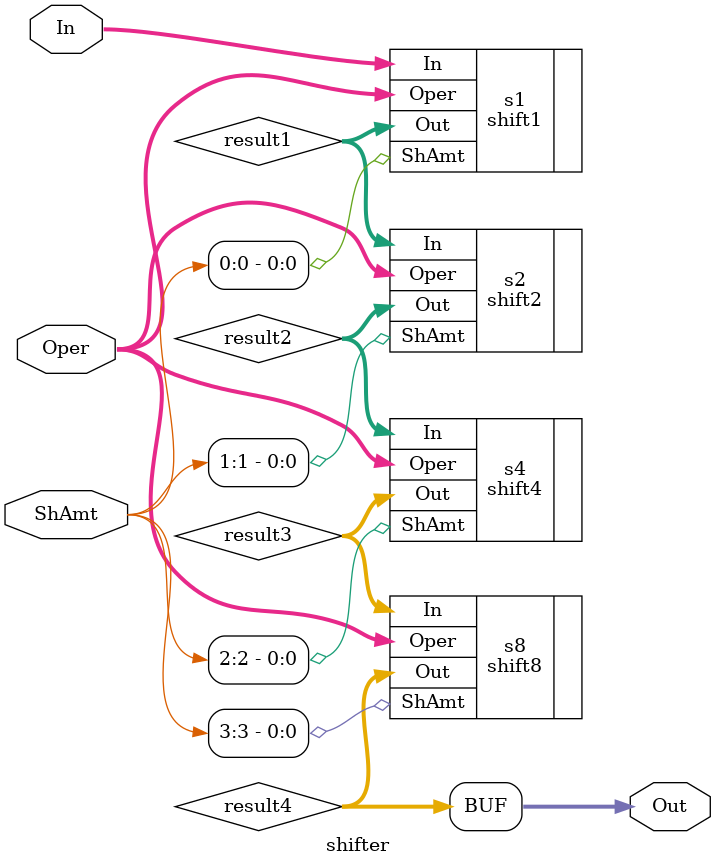
<source format=v>
/*
    CS/ECE 552 FALL '22
    Homework #2, Problem 2
    
    A barrel shifter module.  It is designed to shift a number via rotate
    left, shift left, shift right arithmetic, or shift right logical based
    on the 'Oper' value that is passed in.  It uses these
    shifts to shift the value any number of bits.
 */
module shifter (In, ShAmt, Oper, Out);

    // declare constant for size of inputs, outputs, and # bits to shift
    parameter OPERAND_WIDTH = 16;
    parameter SHAMT_WIDTH   =  4;
    parameter NUM_OPERATIONS = 2;

    input  [OPERAND_WIDTH -1:0] In   ; // Input operand
    input  [SHAMT_WIDTH   -1:0] ShAmt; // Amount to shift/rotate
    input  [NUM_OPERATIONS-1:0] Oper ; // Operation type
    output [OPERAND_WIDTH -1:0] Out  ; // Result of shift/rotate
   /* YOUR CODE HERE */
   wire [OPERAND_WIDTH-1:0] result1, result2, result3, result4;

   shift1 s1(.In(In), .ShAmt(ShAmt[0]), .Oper(Oper), .Out(result1));
   shift2 s2(.In(result1), .ShAmt(ShAmt[1]), .Oper(Oper), .Out(result2));
   shift4 s4(.In(result2), .ShAmt(ShAmt[2]), .Oper(Oper), .Out(result3));
   shift8 s8(.In(result3), .ShAmt(ShAmt[3]), .Oper(Oper), .Out(result4));

   assign Out = result4;
endmodule
</source>
